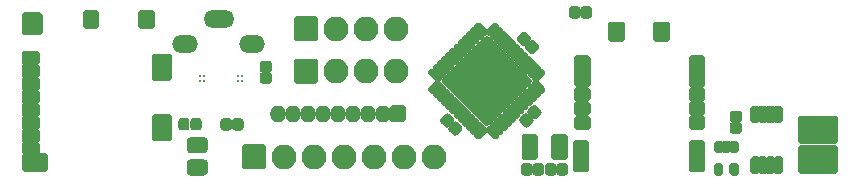
<source format=gbs>
G04 #@! TF.GenerationSoftware,KiCad,Pcbnew,(5.1.9)-1*
G04 #@! TF.CreationDate,2021-02-01T18:23:16+11:00*
G04 #@! TF.ProjectId,BoSLnano,426f534c-6e61-46e6-9f2e-6b696361645f,0.4.2*
G04 #@! TF.SameCoordinates,Original*
G04 #@! TF.FileFunction,Soldermask,Bot*
G04 #@! TF.FilePolarity,Negative*
%FSLAX46Y46*%
G04 Gerber Fmt 4.6, Leading zero omitted, Abs format (unit mm)*
G04 Created by KiCad (PCBNEW (5.1.9)-1) date 2021-02-01 18:23:16*
%MOMM*%
%LPD*%
G01*
G04 APERTURE LIST*
%ADD10O,2.600000X1.500000*%
%ADD11O,2.200000X1.500000*%
%ADD12O,1.400000X1.400000*%
%ADD13O,2.100000X2.100000*%
%ADD14C,0.240000*%
G04 APERTURE END LIST*
D10*
X117200000Y-101325000D03*
D11*
X114400000Y-103475000D03*
X120000000Y-103475000D03*
D12*
X122200000Y-109390000D03*
X123470000Y-109390000D03*
X124740000Y-109390000D03*
X126010000Y-109390000D03*
X127280000Y-109390000D03*
X128550000Y-109390000D03*
X129820000Y-109390000D03*
X131090000Y-109390000D03*
G36*
G01*
X131860000Y-108690000D02*
X132860000Y-108690000D01*
G75*
G02*
X133060000Y-108890000I0J-200000D01*
G01*
X133060000Y-109890000D01*
G75*
G02*
X132860000Y-110090000I-200000J0D01*
G01*
X131860000Y-110090000D01*
G75*
G02*
X131660000Y-109890000I0J200000D01*
G01*
X131660000Y-108890000D01*
G75*
G02*
X131860000Y-108690000I200000J0D01*
G01*
G37*
D13*
X135445500Y-113030000D03*
X132905500Y-113030000D03*
X130365500Y-113030000D03*
X127825500Y-113030000D03*
X125285500Y-113030000D03*
X122745500Y-113030000D03*
G36*
G01*
X121055500Y-114080000D02*
X119355500Y-114080000D01*
G75*
G02*
X119155500Y-113880000I0J200000D01*
G01*
X119155500Y-112180000D01*
G75*
G02*
X119355500Y-111980000I200000J0D01*
G01*
X121055500Y-111980000D01*
G75*
G02*
X121255500Y-112180000I0J-200000D01*
G01*
X121255500Y-113880000D01*
G75*
G02*
X121055500Y-114080000I-200000J0D01*
G01*
G37*
X132220000Y-105800000D03*
X129680000Y-105800000D03*
X127140000Y-105800000D03*
G36*
G01*
X125450000Y-106850000D02*
X123750000Y-106850000D01*
G75*
G02*
X123550000Y-106650000I0J200000D01*
G01*
X123550000Y-104950000D01*
G75*
G02*
X123750000Y-104750000I200000J0D01*
G01*
X125450000Y-104750000D01*
G75*
G02*
X125650000Y-104950000I0J-200000D01*
G01*
X125650000Y-106650000D01*
G75*
G02*
X125450000Y-106850000I-200000J0D01*
G01*
G37*
G36*
G01*
X125450000Y-103250000D02*
X123750000Y-103250000D01*
G75*
G02*
X123550000Y-103050000I0J200000D01*
G01*
X123550000Y-101350000D01*
G75*
G02*
X123750000Y-101150000I200000J0D01*
G01*
X125450000Y-101150000D01*
G75*
G02*
X125650000Y-101350000I0J-200000D01*
G01*
X125650000Y-103050000D01*
G75*
G02*
X125450000Y-103250000I-200000J0D01*
G01*
G37*
X127140000Y-102200000D03*
X129680000Y-102200000D03*
X132220000Y-102200000D03*
G36*
G01*
X114740000Y-109995000D02*
X114740000Y-110565000D01*
G75*
G02*
X114505000Y-110800000I-235000J0D01*
G01*
X114035000Y-110800000D01*
G75*
G02*
X113800000Y-110565000I0J235000D01*
G01*
X113800000Y-109995000D01*
G75*
G02*
X114035000Y-109760000I235000J0D01*
G01*
X114505000Y-109760000D01*
G75*
G02*
X114740000Y-109995000I0J-235000D01*
G01*
G37*
G36*
G01*
X115760000Y-109995000D02*
X115760000Y-110565000D01*
G75*
G02*
X115525000Y-110800000I-235000J0D01*
G01*
X115055000Y-110800000D01*
G75*
G02*
X114820000Y-110565000I0J235000D01*
G01*
X114820000Y-109995000D01*
G75*
G02*
X115055000Y-109760000I235000J0D01*
G01*
X115525000Y-109760000D01*
G75*
G02*
X115760000Y-109995000I0J-235000D01*
G01*
G37*
D14*
X115625000Y-106575000D03*
X115975000Y-106575000D03*
X115625000Y-106225000D03*
X115975000Y-106225000D03*
X118825000Y-106225000D03*
X118825000Y-106575000D03*
X119175000Y-106225000D03*
X119175000Y-106575000D03*
G36*
G01*
X144250000Y-111300000D02*
X144250000Y-113100000D01*
G75*
G02*
X144050000Y-113300000I-200000J0D01*
G01*
X143050000Y-113300000D01*
G75*
G02*
X142850000Y-113100000I0J200000D01*
G01*
X142850000Y-111300000D01*
G75*
G02*
X143050000Y-111100000I200000J0D01*
G01*
X144050000Y-111100000D01*
G75*
G02*
X144250000Y-111300000I0J-200000D01*
G01*
G37*
G36*
G01*
X146750000Y-111300000D02*
X146750000Y-113100000D01*
G75*
G02*
X146550000Y-113300000I-200000J0D01*
G01*
X145550000Y-113300000D01*
G75*
G02*
X145350000Y-113100000I0J200000D01*
G01*
X145350000Y-111300000D01*
G75*
G02*
X145550000Y-111100000I200000J0D01*
G01*
X146550000Y-111100000D01*
G75*
G02*
X146750000Y-111300000I0J-200000D01*
G01*
G37*
G36*
G01*
X159350000Y-113575000D02*
X159750000Y-113575000D01*
G75*
G02*
X159950000Y-113775000I0J-200000D01*
G01*
X159950000Y-114425000D01*
G75*
G02*
X159750000Y-114625000I-200000J0D01*
G01*
X159350000Y-114625000D01*
G75*
G02*
X159150000Y-114425000I0J200000D01*
G01*
X159150000Y-113775000D01*
G75*
G02*
X159350000Y-113575000I200000J0D01*
G01*
G37*
G36*
G01*
X160650000Y-113575000D02*
X161050000Y-113575000D01*
G75*
G02*
X161250000Y-113775000I0J-200000D01*
G01*
X161250000Y-114425000D01*
G75*
G02*
X161050000Y-114625000I-200000J0D01*
G01*
X160650000Y-114625000D01*
G75*
G02*
X160450000Y-114425000I0J200000D01*
G01*
X160450000Y-113775000D01*
G75*
G02*
X160650000Y-113575000I200000J0D01*
G01*
G37*
G36*
G01*
X160000000Y-111675000D02*
X160400000Y-111675000D01*
G75*
G02*
X160600000Y-111875000I0J-200000D01*
G01*
X160600000Y-112525000D01*
G75*
G02*
X160400000Y-112725000I-200000J0D01*
G01*
X160000000Y-112725000D01*
G75*
G02*
X159800000Y-112525000I0J200000D01*
G01*
X159800000Y-111875000D01*
G75*
G02*
X160000000Y-111675000I200000J0D01*
G01*
G37*
G36*
G01*
X160650000Y-111675000D02*
X161050000Y-111675000D01*
G75*
G02*
X161250000Y-111875000I0J-200000D01*
G01*
X161250000Y-112525000D01*
G75*
G02*
X161050000Y-112725000I-200000J0D01*
G01*
X160650000Y-112725000D01*
G75*
G02*
X160450000Y-112525000I0J200000D01*
G01*
X160450000Y-111875000D01*
G75*
G02*
X160650000Y-111675000I200000J0D01*
G01*
G37*
G36*
G01*
X159350000Y-111675000D02*
X159750000Y-111675000D01*
G75*
G02*
X159950000Y-111875000I0J-200000D01*
G01*
X159950000Y-112525000D01*
G75*
G02*
X159750000Y-112725000I-200000J0D01*
G01*
X159350000Y-112725000D01*
G75*
G02*
X159150000Y-112525000I0J200000D01*
G01*
X159150000Y-111875000D01*
G75*
G02*
X159350000Y-111675000I200000J0D01*
G01*
G37*
G36*
G01*
X164775000Y-110200000D02*
X164375000Y-110200000D01*
G75*
G02*
X164175000Y-110000000I0J200000D01*
G01*
X164175000Y-108900000D01*
G75*
G02*
X164375000Y-108700000I200000J0D01*
G01*
X164775000Y-108700000D01*
G75*
G02*
X164975000Y-108900000I0J-200000D01*
G01*
X164975000Y-110000000D01*
G75*
G02*
X164775000Y-110200000I-200000J0D01*
G01*
G37*
G36*
G01*
X164125000Y-110200000D02*
X163725000Y-110200000D01*
G75*
G02*
X163525000Y-110000000I0J200000D01*
G01*
X163525000Y-108900000D01*
G75*
G02*
X163725000Y-108700000I200000J0D01*
G01*
X164125000Y-108700000D01*
G75*
G02*
X164325000Y-108900000I0J-200000D01*
G01*
X164325000Y-110000000D01*
G75*
G02*
X164125000Y-110200000I-200000J0D01*
G01*
G37*
G36*
G01*
X163475000Y-110200000D02*
X163075000Y-110200000D01*
G75*
G02*
X162875000Y-110000000I0J200000D01*
G01*
X162875000Y-108900000D01*
G75*
G02*
X163075000Y-108700000I200000J0D01*
G01*
X163475000Y-108700000D01*
G75*
G02*
X163675000Y-108900000I0J-200000D01*
G01*
X163675000Y-110000000D01*
G75*
G02*
X163475000Y-110200000I-200000J0D01*
G01*
G37*
G36*
G01*
X162825000Y-110200000D02*
X162425000Y-110200000D01*
G75*
G02*
X162225000Y-110000000I0J200000D01*
G01*
X162225000Y-108900000D01*
G75*
G02*
X162425000Y-108700000I200000J0D01*
G01*
X162825000Y-108700000D01*
G75*
G02*
X163025000Y-108900000I0J-200000D01*
G01*
X163025000Y-110000000D01*
G75*
G02*
X162825000Y-110200000I-200000J0D01*
G01*
G37*
G36*
G01*
X162825000Y-114500000D02*
X162425000Y-114500000D01*
G75*
G02*
X162225000Y-114300000I0J200000D01*
G01*
X162225000Y-113200000D01*
G75*
G02*
X162425000Y-113000000I200000J0D01*
G01*
X162825000Y-113000000D01*
G75*
G02*
X163025000Y-113200000I0J-200000D01*
G01*
X163025000Y-114300000D01*
G75*
G02*
X162825000Y-114500000I-200000J0D01*
G01*
G37*
G36*
G01*
X163475000Y-114500000D02*
X163075000Y-114500000D01*
G75*
G02*
X162875000Y-114300000I0J200000D01*
G01*
X162875000Y-113200000D01*
G75*
G02*
X163075000Y-113000000I200000J0D01*
G01*
X163475000Y-113000000D01*
G75*
G02*
X163675000Y-113200000I0J-200000D01*
G01*
X163675000Y-114300000D01*
G75*
G02*
X163475000Y-114500000I-200000J0D01*
G01*
G37*
G36*
G01*
X164125000Y-114500000D02*
X163725000Y-114500000D01*
G75*
G02*
X163525000Y-114300000I0J200000D01*
G01*
X163525000Y-113200000D01*
G75*
G02*
X163725000Y-113000000I200000J0D01*
G01*
X164125000Y-113000000D01*
G75*
G02*
X164325000Y-113200000I0J-200000D01*
G01*
X164325000Y-114300000D01*
G75*
G02*
X164125000Y-114500000I-200000J0D01*
G01*
G37*
G36*
G01*
X164775000Y-114500000D02*
X164375000Y-114500000D01*
G75*
G02*
X164175000Y-114300000I0J200000D01*
G01*
X164175000Y-113200000D01*
G75*
G02*
X164375000Y-113000000I200000J0D01*
G01*
X164775000Y-113000000D01*
G75*
G02*
X164975000Y-113200000I0J-200000D01*
G01*
X164975000Y-114300000D01*
G75*
G02*
X164775000Y-114500000I-200000J0D01*
G01*
G37*
G36*
G01*
X144854773Y-106032575D02*
X144183021Y-106704327D01*
G75*
G02*
X143953211Y-106704327I-114905J114905D01*
G01*
X143723401Y-106474517D01*
G75*
G02*
X143723401Y-106244707I114905J114905D01*
G01*
X144395153Y-105572955D01*
G75*
G02*
X144624963Y-105572955I114905J-114905D01*
G01*
X144854773Y-105802765D01*
G75*
G02*
X144854773Y-106032575I-114905J-114905D01*
G01*
G37*
G36*
G01*
X144501220Y-105679022D02*
X143829468Y-106350774D01*
G75*
G02*
X143599658Y-106350774I-114905J114905D01*
G01*
X143369848Y-106120964D01*
G75*
G02*
X143369848Y-105891154I114905J114905D01*
G01*
X144041600Y-105219402D01*
G75*
G02*
X144271410Y-105219402I114905J-114905D01*
G01*
X144501220Y-105449212D01*
G75*
G02*
X144501220Y-105679022I-114905J-114905D01*
G01*
G37*
G36*
G01*
X144147666Y-105325468D02*
X143475914Y-105997220D01*
G75*
G02*
X143246104Y-105997220I-114905J114905D01*
G01*
X143016294Y-105767410D01*
G75*
G02*
X143016294Y-105537600I114905J114905D01*
G01*
X143688046Y-104865848D01*
G75*
G02*
X143917856Y-104865848I114905J-114905D01*
G01*
X144147666Y-105095658D01*
G75*
G02*
X144147666Y-105325468I-114905J-114905D01*
G01*
G37*
G36*
G01*
X143794113Y-104971915D02*
X143122361Y-105643667D01*
G75*
G02*
X142892551Y-105643667I-114905J114905D01*
G01*
X142662741Y-105413857D01*
G75*
G02*
X142662741Y-105184047I114905J114905D01*
G01*
X143334493Y-104512295D01*
G75*
G02*
X143564303Y-104512295I114905J-114905D01*
G01*
X143794113Y-104742105D01*
G75*
G02*
X143794113Y-104971915I-114905J-114905D01*
G01*
G37*
G36*
G01*
X143440560Y-104618362D02*
X142768808Y-105290114D01*
G75*
G02*
X142538998Y-105290114I-114905J114905D01*
G01*
X142309188Y-105060304D01*
G75*
G02*
X142309188Y-104830494I114905J114905D01*
G01*
X142980940Y-104158742D01*
G75*
G02*
X143210750Y-104158742I114905J-114905D01*
G01*
X143440560Y-104388552D01*
G75*
G02*
X143440560Y-104618362I-114905J-114905D01*
G01*
G37*
G36*
G01*
X143087006Y-104264808D02*
X142415254Y-104936560D01*
G75*
G02*
X142185444Y-104936560I-114905J114905D01*
G01*
X141955634Y-104706750D01*
G75*
G02*
X141955634Y-104476940I114905J114905D01*
G01*
X142627386Y-103805188D01*
G75*
G02*
X142857196Y-103805188I114905J-114905D01*
G01*
X143087006Y-104034998D01*
G75*
G02*
X143087006Y-104264808I-114905J-114905D01*
G01*
G37*
G36*
G01*
X142733453Y-103911255D02*
X142061701Y-104583007D01*
G75*
G02*
X141831891Y-104583007I-114905J114905D01*
G01*
X141602081Y-104353197D01*
G75*
G02*
X141602081Y-104123387I114905J114905D01*
G01*
X142273833Y-103451635D01*
G75*
G02*
X142503643Y-103451635I114905J-114905D01*
G01*
X142733453Y-103681445D01*
G75*
G02*
X142733453Y-103911255I-114905J-114905D01*
G01*
G37*
G36*
G01*
X142379899Y-103557701D02*
X141708147Y-104229453D01*
G75*
G02*
X141478337Y-104229453I-114905J114905D01*
G01*
X141248527Y-103999643D01*
G75*
G02*
X141248527Y-103769833I114905J114905D01*
G01*
X141920279Y-103098081D01*
G75*
G02*
X142150089Y-103098081I114905J-114905D01*
G01*
X142379899Y-103327891D01*
G75*
G02*
X142379899Y-103557701I-114905J-114905D01*
G01*
G37*
G36*
G01*
X142026346Y-103204148D02*
X141354594Y-103875900D01*
G75*
G02*
X141124784Y-103875900I-114905J114905D01*
G01*
X140894974Y-103646090D01*
G75*
G02*
X140894974Y-103416280I114905J114905D01*
G01*
X141566726Y-102744528D01*
G75*
G02*
X141796536Y-102744528I114905J-114905D01*
G01*
X142026346Y-102974338D01*
G75*
G02*
X142026346Y-103204148I-114905J-114905D01*
G01*
G37*
G36*
G01*
X141672793Y-102850595D02*
X141001041Y-103522347D01*
G75*
G02*
X140771231Y-103522347I-114905J114905D01*
G01*
X140541421Y-103292537D01*
G75*
G02*
X140541421Y-103062727I114905J114905D01*
G01*
X141213173Y-102390975D01*
G75*
G02*
X141442983Y-102390975I114905J-114905D01*
G01*
X141672793Y-102620785D01*
G75*
G02*
X141672793Y-102850595I-114905J-114905D01*
G01*
G37*
G36*
G01*
X141319239Y-102497041D02*
X140647487Y-103168793D01*
G75*
G02*
X140417677Y-103168793I-114905J114905D01*
G01*
X140187867Y-102938983D01*
G75*
G02*
X140187867Y-102709173I114905J114905D01*
G01*
X140859619Y-102037421D01*
G75*
G02*
X141089429Y-102037421I114905J-114905D01*
G01*
X141319239Y-102267231D01*
G75*
G02*
X141319239Y-102497041I-114905J-114905D01*
G01*
G37*
G36*
G01*
X140965686Y-102143488D02*
X140293934Y-102815240D01*
G75*
G02*
X140064124Y-102815240I-114905J114905D01*
G01*
X139834314Y-102585430D01*
G75*
G02*
X139834314Y-102355620I114905J114905D01*
G01*
X140506066Y-101683868D01*
G75*
G02*
X140735876Y-101683868I114905J-114905D01*
G01*
X140965686Y-101913678D01*
G75*
G02*
X140965686Y-102143488I-114905J-114905D01*
G01*
G37*
G36*
G01*
X139993414Y-102585430D02*
X139763604Y-102815240D01*
G75*
G02*
X139533794Y-102815240I-114905J114905D01*
G01*
X138862042Y-102143488D01*
G75*
G02*
X138862042Y-101913678I114905J114905D01*
G01*
X139091852Y-101683868D01*
G75*
G02*
X139321662Y-101683868I114905J-114905D01*
G01*
X139993414Y-102355620D01*
G75*
G02*
X139993414Y-102585430I-114905J-114905D01*
G01*
G37*
G36*
G01*
X139639861Y-102938983D02*
X139410051Y-103168793D01*
G75*
G02*
X139180241Y-103168793I-114905J114905D01*
G01*
X138508489Y-102497041D01*
G75*
G02*
X138508489Y-102267231I114905J114905D01*
G01*
X138738299Y-102037421D01*
G75*
G02*
X138968109Y-102037421I114905J-114905D01*
G01*
X139639861Y-102709173D01*
G75*
G02*
X139639861Y-102938983I-114905J-114905D01*
G01*
G37*
G36*
G01*
X139286307Y-103292537D02*
X139056497Y-103522347D01*
G75*
G02*
X138826687Y-103522347I-114905J114905D01*
G01*
X138154935Y-102850595D01*
G75*
G02*
X138154935Y-102620785I114905J114905D01*
G01*
X138384745Y-102390975D01*
G75*
G02*
X138614555Y-102390975I114905J-114905D01*
G01*
X139286307Y-103062727D01*
G75*
G02*
X139286307Y-103292537I-114905J-114905D01*
G01*
G37*
G36*
G01*
X138932754Y-103646090D02*
X138702944Y-103875900D01*
G75*
G02*
X138473134Y-103875900I-114905J114905D01*
G01*
X137801382Y-103204148D01*
G75*
G02*
X137801382Y-102974338I114905J114905D01*
G01*
X138031192Y-102744528D01*
G75*
G02*
X138261002Y-102744528I114905J-114905D01*
G01*
X138932754Y-103416280D01*
G75*
G02*
X138932754Y-103646090I-114905J-114905D01*
G01*
G37*
G36*
G01*
X138579201Y-103999643D02*
X138349391Y-104229453D01*
G75*
G02*
X138119581Y-104229453I-114905J114905D01*
G01*
X137447829Y-103557701D01*
G75*
G02*
X137447829Y-103327891I114905J114905D01*
G01*
X137677639Y-103098081D01*
G75*
G02*
X137907449Y-103098081I114905J-114905D01*
G01*
X138579201Y-103769833D01*
G75*
G02*
X138579201Y-103999643I-114905J-114905D01*
G01*
G37*
G36*
G01*
X138225647Y-104353197D02*
X137995837Y-104583007D01*
G75*
G02*
X137766027Y-104583007I-114905J114905D01*
G01*
X137094275Y-103911255D01*
G75*
G02*
X137094275Y-103681445I114905J114905D01*
G01*
X137324085Y-103451635D01*
G75*
G02*
X137553895Y-103451635I114905J-114905D01*
G01*
X138225647Y-104123387D01*
G75*
G02*
X138225647Y-104353197I-114905J-114905D01*
G01*
G37*
G36*
G01*
X137872094Y-104706750D02*
X137642284Y-104936560D01*
G75*
G02*
X137412474Y-104936560I-114905J114905D01*
G01*
X136740722Y-104264808D01*
G75*
G02*
X136740722Y-104034998I114905J114905D01*
G01*
X136970532Y-103805188D01*
G75*
G02*
X137200342Y-103805188I114905J-114905D01*
G01*
X137872094Y-104476940D01*
G75*
G02*
X137872094Y-104706750I-114905J-114905D01*
G01*
G37*
G36*
G01*
X137518540Y-105060304D02*
X137288730Y-105290114D01*
G75*
G02*
X137058920Y-105290114I-114905J114905D01*
G01*
X136387168Y-104618362D01*
G75*
G02*
X136387168Y-104388552I114905J114905D01*
G01*
X136616978Y-104158742D01*
G75*
G02*
X136846788Y-104158742I114905J-114905D01*
G01*
X137518540Y-104830494D01*
G75*
G02*
X137518540Y-105060304I-114905J-114905D01*
G01*
G37*
G36*
G01*
X137164987Y-105413857D02*
X136935177Y-105643667D01*
G75*
G02*
X136705367Y-105643667I-114905J114905D01*
G01*
X136033615Y-104971915D01*
G75*
G02*
X136033615Y-104742105I114905J114905D01*
G01*
X136263425Y-104512295D01*
G75*
G02*
X136493235Y-104512295I114905J-114905D01*
G01*
X137164987Y-105184047D01*
G75*
G02*
X137164987Y-105413857I-114905J-114905D01*
G01*
G37*
G36*
G01*
X136811434Y-105767410D02*
X136581624Y-105997220D01*
G75*
G02*
X136351814Y-105997220I-114905J114905D01*
G01*
X135680062Y-105325468D01*
G75*
G02*
X135680062Y-105095658I114905J114905D01*
G01*
X135909872Y-104865848D01*
G75*
G02*
X136139682Y-104865848I114905J-114905D01*
G01*
X136811434Y-105537600D01*
G75*
G02*
X136811434Y-105767410I-114905J-114905D01*
G01*
G37*
G36*
G01*
X136457880Y-106120964D02*
X136228070Y-106350774D01*
G75*
G02*
X135998260Y-106350774I-114905J114905D01*
G01*
X135326508Y-105679022D01*
G75*
G02*
X135326508Y-105449212I114905J114905D01*
G01*
X135556318Y-105219402D01*
G75*
G02*
X135786128Y-105219402I114905J-114905D01*
G01*
X136457880Y-105891154D01*
G75*
G02*
X136457880Y-106120964I-114905J-114905D01*
G01*
G37*
G36*
G01*
X136104327Y-106474517D02*
X135874517Y-106704327D01*
G75*
G02*
X135644707Y-106704327I-114905J114905D01*
G01*
X134972955Y-106032575D01*
G75*
G02*
X134972955Y-105802765I114905J114905D01*
G01*
X135202765Y-105572955D01*
G75*
G02*
X135432575Y-105572955I114905J-114905D01*
G01*
X136104327Y-106244707D01*
G75*
G02*
X136104327Y-106474517I-114905J-114905D01*
G01*
G37*
G36*
G01*
X136104327Y-107004847D02*
X135432575Y-107676599D01*
G75*
G02*
X135202765Y-107676599I-114905J114905D01*
G01*
X134972955Y-107446789D01*
G75*
G02*
X134972955Y-107216979I114905J114905D01*
G01*
X135644707Y-106545227D01*
G75*
G02*
X135874517Y-106545227I114905J-114905D01*
G01*
X136104327Y-106775037D01*
G75*
G02*
X136104327Y-107004847I-114905J-114905D01*
G01*
G37*
G36*
G01*
X136457880Y-107358400D02*
X135786128Y-108030152D01*
G75*
G02*
X135556318Y-108030152I-114905J114905D01*
G01*
X135326508Y-107800342D01*
G75*
G02*
X135326508Y-107570532I114905J114905D01*
G01*
X135998260Y-106898780D01*
G75*
G02*
X136228070Y-106898780I114905J-114905D01*
G01*
X136457880Y-107128590D01*
G75*
G02*
X136457880Y-107358400I-114905J-114905D01*
G01*
G37*
G36*
G01*
X136811434Y-107711954D02*
X136139682Y-108383706D01*
G75*
G02*
X135909872Y-108383706I-114905J114905D01*
G01*
X135680062Y-108153896D01*
G75*
G02*
X135680062Y-107924086I114905J114905D01*
G01*
X136351814Y-107252334D01*
G75*
G02*
X136581624Y-107252334I114905J-114905D01*
G01*
X136811434Y-107482144D01*
G75*
G02*
X136811434Y-107711954I-114905J-114905D01*
G01*
G37*
G36*
G01*
X137164987Y-108065507D02*
X136493235Y-108737259D01*
G75*
G02*
X136263425Y-108737259I-114905J114905D01*
G01*
X136033615Y-108507449D01*
G75*
G02*
X136033615Y-108277639I114905J114905D01*
G01*
X136705367Y-107605887D01*
G75*
G02*
X136935177Y-107605887I114905J-114905D01*
G01*
X137164987Y-107835697D01*
G75*
G02*
X137164987Y-108065507I-114905J-114905D01*
G01*
G37*
G36*
G01*
X137518540Y-108419060D02*
X136846788Y-109090812D01*
G75*
G02*
X136616978Y-109090812I-114905J114905D01*
G01*
X136387168Y-108861002D01*
G75*
G02*
X136387168Y-108631192I114905J114905D01*
G01*
X137058920Y-107959440D01*
G75*
G02*
X137288730Y-107959440I114905J-114905D01*
G01*
X137518540Y-108189250D01*
G75*
G02*
X137518540Y-108419060I-114905J-114905D01*
G01*
G37*
G36*
G01*
X137872094Y-108772614D02*
X137200342Y-109444366D01*
G75*
G02*
X136970532Y-109444366I-114905J114905D01*
G01*
X136740722Y-109214556D01*
G75*
G02*
X136740722Y-108984746I114905J114905D01*
G01*
X137412474Y-108312994D01*
G75*
G02*
X137642284Y-108312994I114905J-114905D01*
G01*
X137872094Y-108542804D01*
G75*
G02*
X137872094Y-108772614I-114905J-114905D01*
G01*
G37*
G36*
G01*
X138225647Y-109126167D02*
X137553895Y-109797919D01*
G75*
G02*
X137324085Y-109797919I-114905J114905D01*
G01*
X137094275Y-109568109D01*
G75*
G02*
X137094275Y-109338299I114905J114905D01*
G01*
X137766027Y-108666547D01*
G75*
G02*
X137995837Y-108666547I114905J-114905D01*
G01*
X138225647Y-108896357D01*
G75*
G02*
X138225647Y-109126167I-114905J-114905D01*
G01*
G37*
G36*
G01*
X138579201Y-109479721D02*
X137907449Y-110151473D01*
G75*
G02*
X137677639Y-110151473I-114905J114905D01*
G01*
X137447829Y-109921663D01*
G75*
G02*
X137447829Y-109691853I114905J114905D01*
G01*
X138119581Y-109020101D01*
G75*
G02*
X138349391Y-109020101I114905J-114905D01*
G01*
X138579201Y-109249911D01*
G75*
G02*
X138579201Y-109479721I-114905J-114905D01*
G01*
G37*
G36*
G01*
X138932754Y-109833274D02*
X138261002Y-110505026D01*
G75*
G02*
X138031192Y-110505026I-114905J114905D01*
G01*
X137801382Y-110275216D01*
G75*
G02*
X137801382Y-110045406I114905J114905D01*
G01*
X138473134Y-109373654D01*
G75*
G02*
X138702944Y-109373654I114905J-114905D01*
G01*
X138932754Y-109603464D01*
G75*
G02*
X138932754Y-109833274I-114905J-114905D01*
G01*
G37*
G36*
G01*
X139286307Y-110186827D02*
X138614555Y-110858579D01*
G75*
G02*
X138384745Y-110858579I-114905J114905D01*
G01*
X138154935Y-110628769D01*
G75*
G02*
X138154935Y-110398959I114905J114905D01*
G01*
X138826687Y-109727207D01*
G75*
G02*
X139056497Y-109727207I114905J-114905D01*
G01*
X139286307Y-109957017D01*
G75*
G02*
X139286307Y-110186827I-114905J-114905D01*
G01*
G37*
G36*
G01*
X139639861Y-110540381D02*
X138968109Y-111212133D01*
G75*
G02*
X138738299Y-111212133I-114905J114905D01*
G01*
X138508489Y-110982323D01*
G75*
G02*
X138508489Y-110752513I114905J114905D01*
G01*
X139180241Y-110080761D01*
G75*
G02*
X139410051Y-110080761I114905J-114905D01*
G01*
X139639861Y-110310571D01*
G75*
G02*
X139639861Y-110540381I-114905J-114905D01*
G01*
G37*
G36*
G01*
X139993414Y-110893934D02*
X139321662Y-111565686D01*
G75*
G02*
X139091852Y-111565686I-114905J114905D01*
G01*
X138862042Y-111335876D01*
G75*
G02*
X138862042Y-111106066I114905J114905D01*
G01*
X139533794Y-110434314D01*
G75*
G02*
X139763604Y-110434314I114905J-114905D01*
G01*
X139993414Y-110664124D01*
G75*
G02*
X139993414Y-110893934I-114905J-114905D01*
G01*
G37*
G36*
G01*
X140965686Y-111335876D02*
X140735876Y-111565686D01*
G75*
G02*
X140506066Y-111565686I-114905J114905D01*
G01*
X139834314Y-110893934D01*
G75*
G02*
X139834314Y-110664124I114905J114905D01*
G01*
X140064124Y-110434314D01*
G75*
G02*
X140293934Y-110434314I114905J-114905D01*
G01*
X140965686Y-111106066D01*
G75*
G02*
X140965686Y-111335876I-114905J-114905D01*
G01*
G37*
G36*
G01*
X141319239Y-110982323D02*
X141089429Y-111212133D01*
G75*
G02*
X140859619Y-111212133I-114905J114905D01*
G01*
X140187867Y-110540381D01*
G75*
G02*
X140187867Y-110310571I114905J114905D01*
G01*
X140417677Y-110080761D01*
G75*
G02*
X140647487Y-110080761I114905J-114905D01*
G01*
X141319239Y-110752513D01*
G75*
G02*
X141319239Y-110982323I-114905J-114905D01*
G01*
G37*
G36*
G01*
X141672793Y-110628769D02*
X141442983Y-110858579D01*
G75*
G02*
X141213173Y-110858579I-114905J114905D01*
G01*
X140541421Y-110186827D01*
G75*
G02*
X140541421Y-109957017I114905J114905D01*
G01*
X140771231Y-109727207D01*
G75*
G02*
X141001041Y-109727207I114905J-114905D01*
G01*
X141672793Y-110398959D01*
G75*
G02*
X141672793Y-110628769I-114905J-114905D01*
G01*
G37*
G36*
G01*
X142026346Y-110275216D02*
X141796536Y-110505026D01*
G75*
G02*
X141566726Y-110505026I-114905J114905D01*
G01*
X140894974Y-109833274D01*
G75*
G02*
X140894974Y-109603464I114905J114905D01*
G01*
X141124784Y-109373654D01*
G75*
G02*
X141354594Y-109373654I114905J-114905D01*
G01*
X142026346Y-110045406D01*
G75*
G02*
X142026346Y-110275216I-114905J-114905D01*
G01*
G37*
G36*
G01*
X142379899Y-109921663D02*
X142150089Y-110151473D01*
G75*
G02*
X141920279Y-110151473I-114905J114905D01*
G01*
X141248527Y-109479721D01*
G75*
G02*
X141248527Y-109249911I114905J114905D01*
G01*
X141478337Y-109020101D01*
G75*
G02*
X141708147Y-109020101I114905J-114905D01*
G01*
X142379899Y-109691853D01*
G75*
G02*
X142379899Y-109921663I-114905J-114905D01*
G01*
G37*
G36*
G01*
X142733453Y-109568109D02*
X142503643Y-109797919D01*
G75*
G02*
X142273833Y-109797919I-114905J114905D01*
G01*
X141602081Y-109126167D01*
G75*
G02*
X141602081Y-108896357I114905J114905D01*
G01*
X141831891Y-108666547D01*
G75*
G02*
X142061701Y-108666547I114905J-114905D01*
G01*
X142733453Y-109338299D01*
G75*
G02*
X142733453Y-109568109I-114905J-114905D01*
G01*
G37*
G36*
G01*
X143087006Y-109214556D02*
X142857196Y-109444366D01*
G75*
G02*
X142627386Y-109444366I-114905J114905D01*
G01*
X141955634Y-108772614D01*
G75*
G02*
X141955634Y-108542804I114905J114905D01*
G01*
X142185444Y-108312994D01*
G75*
G02*
X142415254Y-108312994I114905J-114905D01*
G01*
X143087006Y-108984746D01*
G75*
G02*
X143087006Y-109214556I-114905J-114905D01*
G01*
G37*
G36*
G01*
X143440560Y-108861002D02*
X143210750Y-109090812D01*
G75*
G02*
X142980940Y-109090812I-114905J114905D01*
G01*
X142309188Y-108419060D01*
G75*
G02*
X142309188Y-108189250I114905J114905D01*
G01*
X142538998Y-107959440D01*
G75*
G02*
X142768808Y-107959440I114905J-114905D01*
G01*
X143440560Y-108631192D01*
G75*
G02*
X143440560Y-108861002I-114905J-114905D01*
G01*
G37*
G36*
G01*
X143794113Y-108507449D02*
X143564303Y-108737259D01*
G75*
G02*
X143334493Y-108737259I-114905J114905D01*
G01*
X142662741Y-108065507D01*
G75*
G02*
X142662741Y-107835697I114905J114905D01*
G01*
X142892551Y-107605887D01*
G75*
G02*
X143122361Y-107605887I114905J-114905D01*
G01*
X143794113Y-108277639D01*
G75*
G02*
X143794113Y-108507449I-114905J-114905D01*
G01*
G37*
G36*
G01*
X144147666Y-108153896D02*
X143917856Y-108383706D01*
G75*
G02*
X143688046Y-108383706I-114905J114905D01*
G01*
X143016294Y-107711954D01*
G75*
G02*
X143016294Y-107482144I114905J114905D01*
G01*
X143246104Y-107252334D01*
G75*
G02*
X143475914Y-107252334I114905J-114905D01*
G01*
X144147666Y-107924086D01*
G75*
G02*
X144147666Y-108153896I-114905J-114905D01*
G01*
G37*
G36*
G01*
X144501220Y-107800342D02*
X144271410Y-108030152D01*
G75*
G02*
X144041600Y-108030152I-114905J114905D01*
G01*
X143369848Y-107358400D01*
G75*
G02*
X143369848Y-107128590I114905J114905D01*
G01*
X143599658Y-106898780D01*
G75*
G02*
X143829468Y-106898780I114905J-114905D01*
G01*
X144501220Y-107570532D01*
G75*
G02*
X144501220Y-107800342I-114905J-114905D01*
G01*
G37*
G36*
G01*
X144854773Y-107446789D02*
X144624963Y-107676599D01*
G75*
G02*
X144395153Y-107676599I-114905J114905D01*
G01*
X143723401Y-107004847D01*
G75*
G02*
X143723401Y-106775037I114905J114905D01*
G01*
X143953211Y-106545227D01*
G75*
G02*
X144183021Y-106545227I114905J-114905D01*
G01*
X144854773Y-107216979D01*
G75*
G02*
X144854773Y-107446789I-114905J-114905D01*
G01*
G37*
G36*
G01*
X143646009Y-106817075D02*
X140106162Y-110356922D01*
G75*
G02*
X139721566Y-110356922I-192298J192298D01*
G01*
X136181719Y-106817075D01*
G75*
G02*
X136181719Y-106432479I192298J192298D01*
G01*
X139721566Y-102892632D01*
G75*
G02*
X140106162Y-102892632I192298J-192298D01*
G01*
X143646009Y-106432479D01*
G75*
G02*
X143646009Y-106817075I-192298J-192298D01*
G01*
G37*
G36*
G01*
X118325000Y-110562500D02*
X118325000Y-110017500D01*
G75*
G02*
X118572500Y-109770000I247500J0D01*
G01*
X119067500Y-109770000D01*
G75*
G02*
X119315000Y-110017500I0J-247500D01*
G01*
X119315000Y-110562500D01*
G75*
G02*
X119067500Y-110810000I-247500J0D01*
G01*
X118572500Y-110810000D01*
G75*
G02*
X118325000Y-110562500I0J247500D01*
G01*
G37*
G36*
G01*
X117355000Y-110562500D02*
X117355000Y-110017500D01*
G75*
G02*
X117602500Y-109770000I247500J0D01*
G01*
X118097500Y-109770000D01*
G75*
G02*
X118345000Y-110017500I0J-247500D01*
G01*
X118345000Y-110562500D01*
G75*
G02*
X118097500Y-110810000I-247500J0D01*
G01*
X117602500Y-110810000D01*
G75*
G02*
X117355000Y-110562500I0J247500D01*
G01*
G37*
G36*
G01*
X160727500Y-110105000D02*
X161272500Y-110105000D01*
G75*
G02*
X161520000Y-110352500I0J-247500D01*
G01*
X161520000Y-110847500D01*
G75*
G02*
X161272500Y-111095000I-247500J0D01*
G01*
X160727500Y-111095000D01*
G75*
G02*
X160480000Y-110847500I0J247500D01*
G01*
X160480000Y-110352500D01*
G75*
G02*
X160727500Y-110105000I247500J0D01*
G01*
G37*
G36*
G01*
X160727500Y-109135000D02*
X161272500Y-109135000D01*
G75*
G02*
X161520000Y-109382500I0J-247500D01*
G01*
X161520000Y-109877500D01*
G75*
G02*
X161272500Y-110125000I-247500J0D01*
G01*
X160727500Y-110125000D01*
G75*
G02*
X160480000Y-109877500I0J247500D01*
G01*
X160480000Y-109382500D01*
G75*
G02*
X160727500Y-109135000I247500J0D01*
G01*
G37*
G36*
G01*
X120927500Y-105875000D02*
X121472500Y-105875000D01*
G75*
G02*
X121720000Y-106122500I0J-247500D01*
G01*
X121720000Y-106617500D01*
G75*
G02*
X121472500Y-106865000I-247500J0D01*
G01*
X120927500Y-106865000D01*
G75*
G02*
X120680000Y-106617500I0J247500D01*
G01*
X120680000Y-106122500D01*
G75*
G02*
X120927500Y-105875000I247500J0D01*
G01*
G37*
G36*
G01*
X120927500Y-104905000D02*
X121472500Y-104905000D01*
G75*
G02*
X121720000Y-105152500I0J-247500D01*
G01*
X121720000Y-105647500D01*
G75*
G02*
X121472500Y-105895000I-247500J0D01*
G01*
X120927500Y-105895000D01*
G75*
G02*
X120680000Y-105647500I0J247500D01*
G01*
X120680000Y-105152500D01*
G75*
G02*
X120927500Y-104905000I247500J0D01*
G01*
G37*
G36*
G01*
X113075000Y-111730000D02*
X111725000Y-111730000D01*
G75*
G02*
X111525000Y-111530000I0J200000D01*
G01*
X111525000Y-109630000D01*
G75*
G02*
X111725000Y-109430000I200000J0D01*
G01*
X113075000Y-109430000D01*
G75*
G02*
X113275000Y-109630000I0J-200000D01*
G01*
X113275000Y-111530000D01*
G75*
G02*
X113075000Y-111730000I-200000J0D01*
G01*
G37*
G36*
G01*
X113075000Y-106610000D02*
X111725000Y-106610000D01*
G75*
G02*
X111525000Y-106410000I0J200000D01*
G01*
X111525000Y-104510000D01*
G75*
G02*
X111725000Y-104310000I200000J0D01*
G01*
X113075000Y-104310000D01*
G75*
G02*
X113275000Y-104510000I0J-200000D01*
G01*
X113275000Y-106410000D01*
G75*
G02*
X113075000Y-106610000I-200000J0D01*
G01*
G37*
G36*
G01*
X111600000Y-102200000D02*
X110600000Y-102200000D01*
G75*
G02*
X110400000Y-102000000I0J200000D01*
G01*
X110400000Y-100800000D01*
G75*
G02*
X110600000Y-100600000I200000J0D01*
G01*
X111600000Y-100600000D01*
G75*
G02*
X111800000Y-100800000I0J-200000D01*
G01*
X111800000Y-102000000D01*
G75*
G02*
X111600000Y-102200000I-200000J0D01*
G01*
G37*
G36*
G01*
X106900000Y-102200000D02*
X105900000Y-102200000D01*
G75*
G02*
X105700000Y-102000000I0J200000D01*
G01*
X105700000Y-100800000D01*
G75*
G02*
X105900000Y-100600000I200000J0D01*
G01*
X106900000Y-100600000D01*
G75*
G02*
X107100000Y-100800000I0J-200000D01*
G01*
X107100000Y-102000000D01*
G75*
G02*
X106900000Y-102200000I-200000J0D01*
G01*
G37*
G36*
G01*
X102100000Y-102760000D02*
X100750000Y-102760000D01*
G75*
G02*
X100550000Y-102560000I0J200000D01*
G01*
X100550000Y-101010000D01*
G75*
G02*
X100750000Y-100810000I200000J0D01*
G01*
X102100000Y-100810000D01*
G75*
G02*
X102300000Y-101010000I0J-200000D01*
G01*
X102300000Y-102560000D01*
G75*
G02*
X102100000Y-102760000I-200000J0D01*
G01*
G37*
G36*
G01*
X102550000Y-114310000D02*
X100750000Y-114310000D01*
G75*
G02*
X100550000Y-114110000I0J200000D01*
G01*
X100550000Y-112940000D01*
G75*
G02*
X100750000Y-112740000I200000J0D01*
G01*
X102550000Y-112740000D01*
G75*
G02*
X102750000Y-112940000I0J-200000D01*
G01*
X102750000Y-114110000D01*
G75*
G02*
X102550000Y-114310000I-200000J0D01*
G01*
G37*
G36*
G01*
X101850000Y-112900000D02*
X100750000Y-112900000D01*
G75*
G02*
X100550000Y-112700000I0J200000D01*
G01*
X100550000Y-111950000D01*
G75*
G02*
X100750000Y-111750000I200000J0D01*
G01*
X101850000Y-111750000D01*
G75*
G02*
X102050000Y-111950000I0J-200000D01*
G01*
X102050000Y-112700000D01*
G75*
G02*
X101850000Y-112900000I-200000J0D01*
G01*
G37*
G36*
G01*
X101850000Y-111900000D02*
X100750000Y-111900000D01*
G75*
G02*
X100550000Y-111700000I0J200000D01*
G01*
X100550000Y-110850000D01*
G75*
G02*
X100750000Y-110650000I200000J0D01*
G01*
X101850000Y-110650000D01*
G75*
G02*
X102050000Y-110850000I0J-200000D01*
G01*
X102050000Y-111700000D01*
G75*
G02*
X101850000Y-111900000I-200000J0D01*
G01*
G37*
G36*
G01*
X101850000Y-110800000D02*
X100750000Y-110800000D01*
G75*
G02*
X100550000Y-110600000I0J200000D01*
G01*
X100550000Y-109750000D01*
G75*
G02*
X100750000Y-109550000I200000J0D01*
G01*
X101850000Y-109550000D01*
G75*
G02*
X102050000Y-109750000I0J-200000D01*
G01*
X102050000Y-110600000D01*
G75*
G02*
X101850000Y-110800000I-200000J0D01*
G01*
G37*
G36*
G01*
X101850000Y-109700000D02*
X100750000Y-109700000D01*
G75*
G02*
X100550000Y-109500000I0J200000D01*
G01*
X100550000Y-108650000D01*
G75*
G02*
X100750000Y-108450000I200000J0D01*
G01*
X101850000Y-108450000D01*
G75*
G02*
X102050000Y-108650000I0J-200000D01*
G01*
X102050000Y-109500000D01*
G75*
G02*
X101850000Y-109700000I-200000J0D01*
G01*
G37*
G36*
G01*
X101850000Y-108600000D02*
X100750000Y-108600000D01*
G75*
G02*
X100550000Y-108400000I0J200000D01*
G01*
X100550000Y-107550000D01*
G75*
G02*
X100750000Y-107350000I200000J0D01*
G01*
X101850000Y-107350000D01*
G75*
G02*
X102050000Y-107550000I0J-200000D01*
G01*
X102050000Y-108400000D01*
G75*
G02*
X101850000Y-108600000I-200000J0D01*
G01*
G37*
G36*
G01*
X101850000Y-107500000D02*
X100750000Y-107500000D01*
G75*
G02*
X100550000Y-107300000I0J200000D01*
G01*
X100550000Y-106450000D01*
G75*
G02*
X100750000Y-106250000I200000J0D01*
G01*
X101850000Y-106250000D01*
G75*
G02*
X102050000Y-106450000I0J-200000D01*
G01*
X102050000Y-107300000D01*
G75*
G02*
X101850000Y-107500000I-200000J0D01*
G01*
G37*
G36*
G01*
X101850000Y-106400000D02*
X100750000Y-106400000D01*
G75*
G02*
X100550000Y-106200000I0J200000D01*
G01*
X100550000Y-105350000D01*
G75*
G02*
X100750000Y-105150000I200000J0D01*
G01*
X101850000Y-105150000D01*
G75*
G02*
X102050000Y-105350000I0J-200000D01*
G01*
X102050000Y-106200000D01*
G75*
G02*
X101850000Y-106400000I-200000J0D01*
G01*
G37*
G36*
G01*
X101850000Y-105300000D02*
X100750000Y-105300000D01*
G75*
G02*
X100550000Y-105100000I0J200000D01*
G01*
X100550000Y-104250000D01*
G75*
G02*
X100750000Y-104050000I200000J0D01*
G01*
X101850000Y-104050000D01*
G75*
G02*
X102050000Y-104250000I0J-200000D01*
G01*
X102050000Y-105100000D01*
G75*
G02*
X101850000Y-105300000I-200000J0D01*
G01*
G37*
G36*
G01*
X158400000Y-107350000D02*
X158400000Y-108150000D01*
G75*
G02*
X158200000Y-108350000I-200000J0D01*
G01*
X157200000Y-108350000D01*
G75*
G02*
X157000000Y-108150000I0J200000D01*
G01*
X157000000Y-107350000D01*
G75*
G02*
X157200000Y-107150000I200000J0D01*
G01*
X158200000Y-107150000D01*
G75*
G02*
X158400000Y-107350000I0J-200000D01*
G01*
G37*
G36*
G01*
X158400000Y-111850000D02*
X158400000Y-114150000D01*
G75*
G02*
X158200000Y-114350000I-200000J0D01*
G01*
X157200000Y-114350000D01*
G75*
G02*
X157000000Y-114150000I0J200000D01*
G01*
X157000000Y-111850000D01*
G75*
G02*
X157200000Y-111650000I200000J0D01*
G01*
X158200000Y-111650000D01*
G75*
G02*
X158400000Y-111850000I0J-200000D01*
G01*
G37*
G36*
G01*
X158400000Y-104650000D02*
X158400000Y-106950000D01*
G75*
G02*
X158200000Y-107150000I-200000J0D01*
G01*
X157200000Y-107150000D01*
G75*
G02*
X157000000Y-106950000I0J200000D01*
G01*
X157000000Y-104650000D01*
G75*
G02*
X157200000Y-104450000I200000J0D01*
G01*
X158200000Y-104450000D01*
G75*
G02*
X158400000Y-104650000I0J-200000D01*
G01*
G37*
G36*
G01*
X155455000Y-101785000D02*
X155455000Y-103085000D01*
G75*
G02*
X155255000Y-103285000I-200000J0D01*
G01*
X154155000Y-103285000D01*
G75*
G02*
X153955000Y-103085000I0J200000D01*
G01*
X153955000Y-101785000D01*
G75*
G02*
X154155000Y-101585000I200000J0D01*
G01*
X155255000Y-101585000D01*
G75*
G02*
X155455000Y-101785000I0J-200000D01*
G01*
G37*
G36*
G01*
X151645000Y-101785000D02*
X151645000Y-103085000D01*
G75*
G02*
X151445000Y-103285000I-200000J0D01*
G01*
X150345000Y-103285000D01*
G75*
G02*
X150145000Y-103085000I0J200000D01*
G01*
X150145000Y-101785000D01*
G75*
G02*
X150345000Y-101585000I200000J0D01*
G01*
X151445000Y-101585000D01*
G75*
G02*
X151645000Y-101785000I0J-200000D01*
G01*
G37*
G36*
G01*
X148700000Y-104650000D02*
X148700000Y-106950000D01*
G75*
G02*
X148500000Y-107150000I-200000J0D01*
G01*
X147500000Y-107150000D01*
G75*
G02*
X147300000Y-106950000I0J200000D01*
G01*
X147300000Y-104650000D01*
G75*
G02*
X147500000Y-104450000I200000J0D01*
G01*
X148500000Y-104450000D01*
G75*
G02*
X148700000Y-104650000I0J-200000D01*
G01*
G37*
G36*
G01*
X148600000Y-111850000D02*
X148600000Y-114150000D01*
G75*
G02*
X148400000Y-114350000I-200000J0D01*
G01*
X147400000Y-114350000D01*
G75*
G02*
X147200000Y-114150000I0J200000D01*
G01*
X147200000Y-111850000D01*
G75*
G02*
X147400000Y-111650000I200000J0D01*
G01*
X148400000Y-111650000D01*
G75*
G02*
X148600000Y-111850000I0J-200000D01*
G01*
G37*
G36*
G01*
X158400000Y-109750000D02*
X158400000Y-110550000D01*
G75*
G02*
X158200000Y-110750000I-200000J0D01*
G01*
X157200000Y-110750000D01*
G75*
G02*
X157000000Y-110550000I0J200000D01*
G01*
X157000000Y-109750000D01*
G75*
G02*
X157200000Y-109550000I200000J0D01*
G01*
X158200000Y-109550000D01*
G75*
G02*
X158400000Y-109750000I0J-200000D01*
G01*
G37*
G36*
G01*
X158400000Y-108550000D02*
X158400000Y-109350000D01*
G75*
G02*
X158200000Y-109550000I-200000J0D01*
G01*
X157200000Y-109550000D01*
G75*
G02*
X157000000Y-109350000I0J200000D01*
G01*
X157000000Y-108550000D01*
G75*
G02*
X157200000Y-108350000I200000J0D01*
G01*
X158200000Y-108350000D01*
G75*
G02*
X158400000Y-108550000I0J-200000D01*
G01*
G37*
G36*
G01*
X148700000Y-107350000D02*
X148700000Y-108150000D01*
G75*
G02*
X148500000Y-108350000I-200000J0D01*
G01*
X147500000Y-108350000D01*
G75*
G02*
X147300000Y-108150000I0J200000D01*
G01*
X147300000Y-107350000D01*
G75*
G02*
X147500000Y-107150000I200000J0D01*
G01*
X148500000Y-107150000D01*
G75*
G02*
X148700000Y-107350000I0J-200000D01*
G01*
G37*
G36*
G01*
X148700000Y-108550000D02*
X148700000Y-109350000D01*
G75*
G02*
X148500000Y-109550000I-200000J0D01*
G01*
X147500000Y-109550000D01*
G75*
G02*
X147300000Y-109350000I0J200000D01*
G01*
X147300000Y-108550000D01*
G75*
G02*
X147500000Y-108350000I200000J0D01*
G01*
X148500000Y-108350000D01*
G75*
G02*
X148700000Y-108550000I0J-200000D01*
G01*
G37*
G36*
G01*
X148700000Y-109750000D02*
X148700000Y-110550000D01*
G75*
G02*
X148500000Y-110750000I-200000J0D01*
G01*
X147500000Y-110750000D01*
G75*
G02*
X147300000Y-110550000I0J200000D01*
G01*
X147300000Y-109750000D01*
G75*
G02*
X147500000Y-109550000I200000J0D01*
G01*
X148500000Y-109550000D01*
G75*
G02*
X148700000Y-109750000I0J-200000D01*
G01*
G37*
G36*
G01*
X147845000Y-100537500D02*
X147845000Y-101082500D01*
G75*
G02*
X147597500Y-101330000I-247500J0D01*
G01*
X147102500Y-101330000D01*
G75*
G02*
X146855000Y-101082500I0J247500D01*
G01*
X146855000Y-100537500D01*
G75*
G02*
X147102500Y-100290000I247500J0D01*
G01*
X147597500Y-100290000D01*
G75*
G02*
X147845000Y-100537500I0J-247500D01*
G01*
G37*
G36*
G01*
X148815000Y-100537500D02*
X148815000Y-101082500D01*
G75*
G02*
X148567500Y-101330000I-247500J0D01*
G01*
X148072500Y-101330000D01*
G75*
G02*
X147825000Y-101082500I0J247500D01*
G01*
X147825000Y-100537500D01*
G75*
G02*
X148072500Y-100290000I247500J0D01*
G01*
X148567500Y-100290000D01*
G75*
G02*
X148815000Y-100537500I0J-247500D01*
G01*
G37*
G36*
G01*
X143414384Y-109400242D02*
X143799758Y-109785616D01*
G75*
G02*
X143799758Y-110135634I-175009J-175009D01*
G01*
X143449740Y-110485652D01*
G75*
G02*
X143099722Y-110485652I-175009J175009D01*
G01*
X142714348Y-110100278D01*
G75*
G02*
X142714348Y-109750260I175009J175009D01*
G01*
X143064366Y-109400242D01*
G75*
G02*
X143414384Y-109400242I175009J-175009D01*
G01*
G37*
G36*
G01*
X144100278Y-108714348D02*
X144485652Y-109099722D01*
G75*
G02*
X144485652Y-109449740I-175009J-175009D01*
G01*
X144135634Y-109799758D01*
G75*
G02*
X143785616Y-109799758I-175009J175009D01*
G01*
X143400242Y-109414384D01*
G75*
G02*
X143400242Y-109064366I175009J175009D01*
G01*
X143750260Y-108714348D01*
G75*
G02*
X144100278Y-108714348I175009J-175009D01*
G01*
G37*
G36*
G01*
X143599758Y-103214384D02*
X143214384Y-103599758D01*
G75*
G02*
X142864366Y-103599758I-175009J175009D01*
G01*
X142514348Y-103249740D01*
G75*
G02*
X142514348Y-102899722I175009J175009D01*
G01*
X142899722Y-102514348D01*
G75*
G02*
X143249740Y-102514348I175009J-175009D01*
G01*
X143599758Y-102864366D01*
G75*
G02*
X143599758Y-103214384I-175009J-175009D01*
G01*
G37*
G36*
G01*
X144285652Y-103900278D02*
X143900278Y-104285652D01*
G75*
G02*
X143550260Y-104285652I-175009J175009D01*
G01*
X143200242Y-103935634D01*
G75*
G02*
X143200242Y-103585616I175009J175009D01*
G01*
X143585616Y-103200242D01*
G75*
G02*
X143935634Y-103200242I175009J-175009D01*
G01*
X144285652Y-103550260D01*
G75*
G02*
X144285652Y-103900278I-175009J-175009D01*
G01*
G37*
G36*
G01*
X137099758Y-110114384D02*
X136714384Y-110499758D01*
G75*
G02*
X136364366Y-110499758I-175009J175009D01*
G01*
X136014348Y-110149740D01*
G75*
G02*
X136014348Y-109799722I175009J175009D01*
G01*
X136399722Y-109414348D01*
G75*
G02*
X136749740Y-109414348I175009J-175009D01*
G01*
X137099758Y-109764366D01*
G75*
G02*
X137099758Y-110114384I-175009J-175009D01*
G01*
G37*
G36*
G01*
X137785652Y-110800278D02*
X137400278Y-111185652D01*
G75*
G02*
X137050260Y-111185652I-175009J175009D01*
G01*
X136700242Y-110835634D01*
G75*
G02*
X136700242Y-110485616I175009J175009D01*
G01*
X137085616Y-110100242D01*
G75*
G02*
X137435634Y-110100242I175009J-175009D01*
G01*
X137785652Y-110450260D01*
G75*
G02*
X137785652Y-110800278I-175009J-175009D01*
G01*
G37*
G36*
G01*
X143795000Y-113827500D02*
X143795000Y-114372500D01*
G75*
G02*
X143547500Y-114620000I-247500J0D01*
G01*
X143052500Y-114620000D01*
G75*
G02*
X142805000Y-114372500I0J247500D01*
G01*
X142805000Y-113827500D01*
G75*
G02*
X143052500Y-113580000I247500J0D01*
G01*
X143547500Y-113580000D01*
G75*
G02*
X143795000Y-113827500I0J-247500D01*
G01*
G37*
G36*
G01*
X144765000Y-113827500D02*
X144765000Y-114372500D01*
G75*
G02*
X144517500Y-114620000I-247500J0D01*
G01*
X144022500Y-114620000D01*
G75*
G02*
X143775000Y-114372500I0J247500D01*
G01*
X143775000Y-113827500D01*
G75*
G02*
X144022500Y-113580000I247500J0D01*
G01*
X144517500Y-113580000D01*
G75*
G02*
X144765000Y-113827500I0J-247500D01*
G01*
G37*
G36*
G01*
X145825000Y-113827500D02*
X145825000Y-114372500D01*
G75*
G02*
X145577500Y-114620000I-247500J0D01*
G01*
X145082500Y-114620000D01*
G75*
G02*
X144835000Y-114372500I0J247500D01*
G01*
X144835000Y-113827500D01*
G75*
G02*
X145082500Y-113580000I247500J0D01*
G01*
X145577500Y-113580000D01*
G75*
G02*
X145825000Y-113827500I0J-247500D01*
G01*
G37*
G36*
G01*
X146795000Y-113827500D02*
X146795000Y-114372500D01*
G75*
G02*
X146547500Y-114620000I-247500J0D01*
G01*
X146052500Y-114620000D01*
G75*
G02*
X145805000Y-114372500I0J247500D01*
G01*
X145805000Y-113827500D01*
G75*
G02*
X146052500Y-113580000I247500J0D01*
G01*
X146547500Y-113580000D01*
G75*
G02*
X146795000Y-113827500I0J-247500D01*
G01*
G37*
G36*
G01*
X115956250Y-112750000D02*
X114843750Y-112750000D01*
G75*
G02*
X114500000Y-112406250I0J343750D01*
G01*
X114500000Y-111718750D01*
G75*
G02*
X114843750Y-111375000I343750J0D01*
G01*
X115956250Y-111375000D01*
G75*
G02*
X116300000Y-111718750I0J-343750D01*
G01*
X116300000Y-112406250D01*
G75*
G02*
X115956250Y-112750000I-343750J0D01*
G01*
G37*
G36*
G01*
X115956250Y-114625000D02*
X114843750Y-114625000D01*
G75*
G02*
X114500000Y-114281250I0J343750D01*
G01*
X114500000Y-113593750D01*
G75*
G02*
X114843750Y-113250000I343750J0D01*
G01*
X115956250Y-113250000D01*
G75*
G02*
X116300000Y-113593750I0J-343750D01*
G01*
X116300000Y-114281250D01*
G75*
G02*
X115956250Y-114625000I-343750J0D01*
G01*
G37*
G36*
G01*
X169450000Y-114450000D02*
X166450000Y-114450000D01*
G75*
G02*
X166250000Y-114250000I0J200000D01*
G01*
X166250000Y-112250000D01*
G75*
G02*
X166450000Y-112050000I200000J0D01*
G01*
X169450000Y-112050000D01*
G75*
G02*
X169650000Y-112250000I0J-200000D01*
G01*
X169650000Y-114250000D01*
G75*
G02*
X169450000Y-114450000I-200000J0D01*
G01*
G37*
G36*
G01*
X169450000Y-111950000D02*
X166450000Y-111950000D01*
G75*
G02*
X166250000Y-111750000I0J200000D01*
G01*
X166250000Y-109750000D01*
G75*
G02*
X166450000Y-109550000I200000J0D01*
G01*
X169450000Y-109550000D01*
G75*
G02*
X169650000Y-109750000I0J-200000D01*
G01*
X169650000Y-111750000D01*
G75*
G02*
X169450000Y-111950000I-200000J0D01*
G01*
G37*
M02*

</source>
